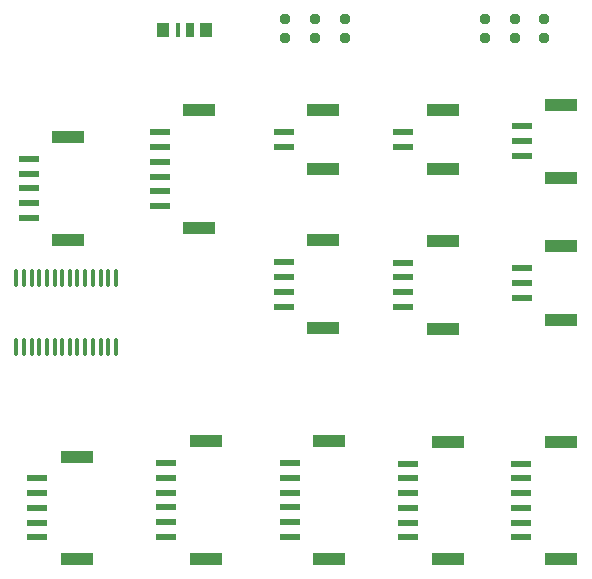
<source format=gtp>
%FSTAX44Y44*%
%MOMM*%
%SFA1B1*%

%IPPOS*%
%AMD22*
4,1,8,-0.398780,0.200660,-0.398780,-0.200660,-0.200660,-0.398780,0.200660,-0.398780,0.398780,-0.200660,0.398780,0.200660,0.200660,0.398780,-0.200660,0.398780,-0.398780,0.200660,0.0*
1,1,0.400000,-0.200660,0.200660*
1,1,0.400000,-0.200660,-0.200660*
1,1,0.400000,0.200660,-0.200660*
1,1,0.400000,0.200660,0.200660*
%
%AMD23*
4,1,8,0.177800,-0.647700,0.177800,0.647700,0.088900,0.736600,-0.088900,0.736600,-0.177800,0.647700,-0.177800,-0.647700,-0.088900,-0.736600,0.088900,-0.736600,0.177800,-0.647700,0.0*
1,1,0.177800,0.088900,-0.647700*
1,1,0.177800,0.088900,0.647700*
1,1,0.177800,-0.088900,0.647700*
1,1,0.177800,-0.088900,-0.647700*
%
%ADD17R,1.699997X0.599999*%
%ADD18R,2.799994X0.999998*%
%ADD19R,0.999998X1.199998*%
%ADD20R,0.699999X1.199998*%
%ADD21R,0.449999X1.199998*%
G04~CAMADD=22~8~0.0~0.0~315.0~315.0~78.7~0.0~15~0.0~0.0~0.0~0.0~0~0.0~0.0~0.0~0.0~0~0.0~0.0~0.0~90.0~314.0~314.0*
%ADD22D22*%
G04~CAMADD=23~8~0.0~0.0~580.0~140.0~35.0~0.0~15~0.0~0.0~0.0~0.0~0~0.0~0.0~0.0~0.0~0~0.0~0.0~0.0~270.0~140.0~580.0*
%ADD23D23*%
%LNdr_0n-1*%
%LPD*%
G54D17*
X00134999Y00105999D03*
Y00118499D03*
Y00130999D03*
Y00143499D03*
Y00155999D03*
X00127499Y00376499D03*
Y00388999D03*
Y00401499D03*
Y00413999D03*
Y00426499D03*
X00343499Y00436499D03*
Y00448999D03*
X004445Y00436499D03*
Y00448999D03*
X00544999Y00308999D03*
Y00321499D03*
Y00333999D03*
Y00428999D03*
Y00441499D03*
Y00453999D03*
X00544499Y00168499D03*
Y00155999D03*
Y00143499D03*
Y00130999D03*
Y00118499D03*
Y00105999D03*
X00238499Y00448999D03*
Y00436499D03*
Y00423999D03*
Y00411499D03*
Y00398999D03*
Y00386499D03*
X00343499Y00301499D03*
Y00313999D03*
Y00326499D03*
Y00338999D03*
X00243999Y00168999D03*
Y00156499D03*
Y00143999D03*
Y00131499D03*
Y00118999D03*
Y00106499D03*
X004445Y00301249D03*
Y00313749D03*
Y00326249D03*
Y00338749D03*
X00348499Y00168999D03*
Y00156499D03*
Y00143999D03*
Y00131499D03*
Y00118999D03*
Y00106499D03*
X00448999Y00168499D03*
Y00155999D03*
Y00143499D03*
Y00130999D03*
Y00118499D03*
Y00105999D03*
G54D18*
X00168499Y00174499D03*
Y00087499D03*
X00160999Y00444999D03*
Y00357999D03*
X00376999Y00467499D03*
Y00417999D03*
X00477999Y00467499D03*
Y00417999D03*
X00578499Y00352499D03*
Y00290499D03*
Y00472499D03*
Y00410499D03*
X00577999Y00087499D03*
Y00186999D03*
X00271999Y00367999D03*
Y00467499D03*
X00376999Y00357499D03*
Y00282999D03*
X00277499Y00087999D03*
Y00187499D03*
X00477999Y00357249D03*
Y00282749D03*
X00381999Y00087999D03*
Y00187499D03*
X00482499Y00087499D03*
Y00186999D03*
G54D19*
X00277499Y00535999D03*
X00241499D03*
G54D20*
X00263999Y00535999D03*
G54D21*
X00253749Y00535999D03*
G54D22*
X00563999Y00528749D03*
Y00545249D03*
X00344999D03*
Y00528749D03*
X00369999Y00545249D03*
Y00528749D03*
X00394999Y00545249D03*
Y00528749D03*
X00538999D03*
Y00545249D03*
X00513999Y00528749D03*
Y00545249D03*
G54D23*
X00201327Y00325419D03*
X00194977D03*
X00188373D03*
X00182023D03*
X00175419D03*
X00168815D03*
X00162465D03*
X00155861D03*
X00149511D03*
X00142907D03*
X00136303D03*
X00129953D03*
X00123349D03*
X00116999D03*
Y00266999D03*
X00123349D03*
X00129953D03*
X00136303D03*
X00142907D03*
X00149511D03*
X00155861D03*
X00162465D03*
X00168815D03*
X00175419D03*
X00182023D03*
X00188373D03*
X00194977D03*
X00201327D03*
M02*
</source>
